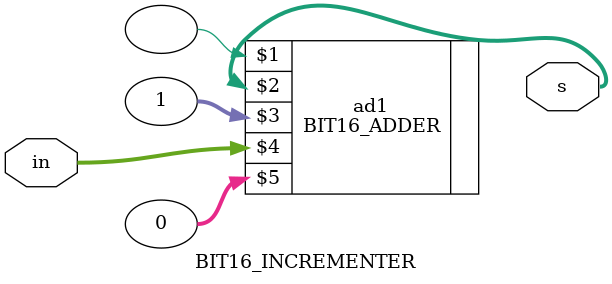
<source format=v>
module BIT16_INCREMENTER(s,in);
input[15:0]in;
output[15:0]s;
BIT16_ADDER ad1(,s,1,in,0);
endmodule
</source>
